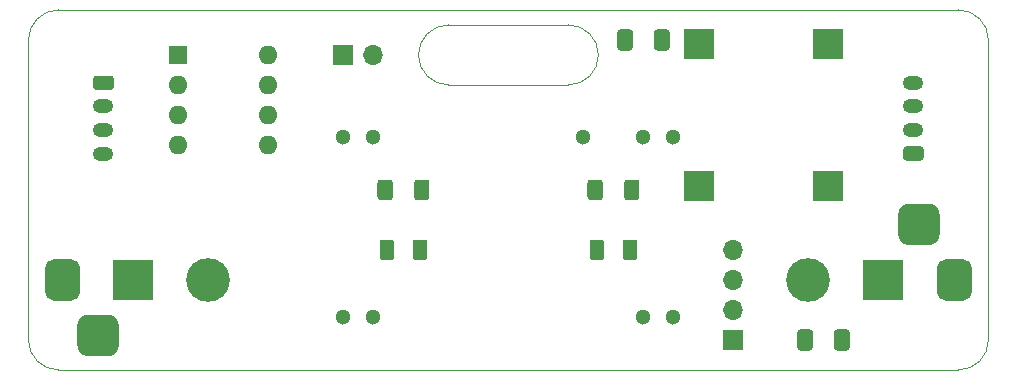
<source format=gbr>
%TF.GenerationSoftware,KiCad,Pcbnew,5.1.9+dfsg1-1*%
%TF.CreationDate,2021-01-24T22:19:11-06:00*%
%TF.ProjectId,driver,64726976-6572-42e6-9b69-6361645f7063,1.0.0*%
%TF.SameCoordinates,Original*%
%TF.FileFunction,Soldermask,Top*%
%TF.FilePolarity,Negative*%
%FSLAX46Y46*%
G04 Gerber Fmt 4.6, Leading zero omitted, Abs format (unit mm)*
G04 Created by KiCad (PCBNEW 5.1.9+dfsg1-1) date 2021-01-24 22:19:11*
%MOMM*%
%LPD*%
G01*
G04 APERTURE LIST*
%TA.AperFunction,Profile*%
%ADD10C,0.100000*%
%TD*%
%ADD11R,2.500000X2.500000*%
%ADD12O,1.750000X1.200000*%
%ADD13C,3.700000*%
%ADD14C,1.300000*%
%ADD15R,3.500000X3.500000*%
%ADD16O,1.600000X1.600000*%
%ADD17R,1.600000X1.600000*%
%ADD18O,1.700000X1.700000*%
%ADD19R,1.700000X1.700000*%
G04 APERTURE END LIST*
D10*
X121920000Y-85090000D02*
G75*
G02*
X119380000Y-82550000I0J2540000D01*
G01*
X165100000Y-78740000D02*
X88900000Y-78740000D01*
X119380000Y-82550000D02*
G75*
G02*
X121920000Y-80010000I2540000J0D01*
G01*
X132080000Y-80010000D02*
G75*
G02*
X134620000Y-82550000I0J-2540000D01*
G01*
X134620000Y-82550000D02*
G75*
G02*
X132080000Y-85090000I-2540000J0D01*
G01*
X132080000Y-80010000D02*
X121920000Y-80010000D01*
X132080000Y-85090000D02*
X121920000Y-85090000D01*
X165100000Y-109220000D02*
X88900000Y-109220000D01*
X86360000Y-81280000D02*
X86360000Y-106680000D01*
X167640000Y-106680000D02*
X167640000Y-81280000D01*
X86360000Y-81280000D02*
G75*
G02*
X88900000Y-78740000I2540000J0D01*
G01*
X88900000Y-109220000D02*
G75*
G02*
X86360000Y-106680000I0J2540000D01*
G01*
X167640000Y-106680000D02*
G75*
G02*
X165100000Y-109220000I-2540000J0D01*
G01*
X165100000Y-78740000D02*
G75*
G02*
X167640000Y-81280000I0J-2540000D01*
G01*
D11*
%TO.C,PS1*%
X154090000Y-81630000D03*
X143090000Y-81630000D03*
X143090000Y-93630000D03*
X154090000Y-93630000D03*
%TD*%
D12*
%TO.C,J1*%
X161290000Y-84900000D03*
X161290000Y-86900000D03*
X161290000Y-88900000D03*
G36*
G01*
X161915001Y-91500000D02*
X160664999Y-91500000D01*
G75*
G02*
X160415000Y-91250001I0J249999D01*
G01*
X160415000Y-90549999D01*
G75*
G02*
X160664999Y-90300000I249999J0D01*
G01*
X161915001Y-90300000D01*
G75*
G02*
X162165000Y-90549999I0J-249999D01*
G01*
X162165000Y-91250001D01*
G75*
G02*
X161915001Y-91500000I-249999J0D01*
G01*
G37*
%TD*%
%TO.C,R5*%
G36*
G01*
X136790000Y-94605000D02*
X136790000Y-93355000D01*
G75*
G02*
X137040000Y-93105000I250000J0D01*
G01*
X137840000Y-93105000D01*
G75*
G02*
X138090000Y-93355000I0J-250000D01*
G01*
X138090000Y-94605000D01*
G75*
G02*
X137840000Y-94855000I-250000J0D01*
G01*
X137040000Y-94855000D01*
G75*
G02*
X136790000Y-94605000I0J250000D01*
G01*
G37*
G36*
G01*
X133690000Y-94605000D02*
X133690000Y-93355000D01*
G75*
G02*
X133940000Y-93105000I250000J0D01*
G01*
X134740000Y-93105000D01*
G75*
G02*
X134990000Y-93355000I0J-250000D01*
G01*
X134990000Y-94605000D01*
G75*
G02*
X134740000Y-94855000I-250000J0D01*
G01*
X133940000Y-94855000D01*
G75*
G02*
X133690000Y-94605000I0J250000D01*
G01*
G37*
%TD*%
%TO.C,R2*%
G36*
G01*
X119010000Y-94605000D02*
X119010000Y-93355000D01*
G75*
G02*
X119260000Y-93105000I250000J0D01*
G01*
X120060000Y-93105000D01*
G75*
G02*
X120310000Y-93355000I0J-250000D01*
G01*
X120310000Y-94605000D01*
G75*
G02*
X120060000Y-94855000I-250000J0D01*
G01*
X119260000Y-94855000D01*
G75*
G02*
X119010000Y-94605000I0J250000D01*
G01*
G37*
G36*
G01*
X115910000Y-94605000D02*
X115910000Y-93355000D01*
G75*
G02*
X116160000Y-93105000I250000J0D01*
G01*
X116960000Y-93105000D01*
G75*
G02*
X117210000Y-93355000I0J-250000D01*
G01*
X117210000Y-94605000D01*
G75*
G02*
X116960000Y-94855000I-250000J0D01*
G01*
X116160000Y-94855000D01*
G75*
G02*
X115910000Y-94605000I0J250000D01*
G01*
G37*
%TD*%
%TO.C,C3*%
G36*
G01*
X137530000Y-80629999D02*
X137530000Y-81930001D01*
G75*
G02*
X137280001Y-82180000I-249999J0D01*
G01*
X136454999Y-82180000D01*
G75*
G02*
X136205000Y-81930001I0J249999D01*
G01*
X136205000Y-80629999D01*
G75*
G02*
X136454999Y-80380000I249999J0D01*
G01*
X137280001Y-80380000D01*
G75*
G02*
X137530000Y-80629999I0J-249999D01*
G01*
G37*
G36*
G01*
X140655000Y-80629999D02*
X140655000Y-81930001D01*
G75*
G02*
X140405001Y-82180000I-249999J0D01*
G01*
X139579999Y-82180000D01*
G75*
G02*
X139330000Y-81930001I0J249999D01*
G01*
X139330000Y-80629999D01*
G75*
G02*
X139579999Y-80380000I249999J0D01*
G01*
X140405001Y-80380000D01*
G75*
G02*
X140655000Y-80629999I0J-249999D01*
G01*
G37*
%TD*%
%TO.C,C2*%
G36*
G01*
X154570000Y-107330001D02*
X154570000Y-106029999D01*
G75*
G02*
X154819999Y-105780000I249999J0D01*
G01*
X155645001Y-105780000D01*
G75*
G02*
X155895000Y-106029999I0J-249999D01*
G01*
X155895000Y-107330001D01*
G75*
G02*
X155645001Y-107580000I-249999J0D01*
G01*
X154819999Y-107580000D01*
G75*
G02*
X154570000Y-107330001I0J249999D01*
G01*
G37*
G36*
G01*
X151445000Y-107330001D02*
X151445000Y-106029999D01*
G75*
G02*
X151694999Y-105780000I249999J0D01*
G01*
X152520001Y-105780000D01*
G75*
G02*
X152770000Y-106029999I0J-249999D01*
G01*
X152770000Y-107330001D01*
G75*
G02*
X152520001Y-107580000I-249999J0D01*
G01*
X151694999Y-107580000D01*
G75*
G02*
X151445000Y-107330001I0J249999D01*
G01*
G37*
%TD*%
%TO.C,D1*%
G36*
G01*
X136665000Y-99685000D02*
X136665000Y-98435000D01*
G75*
G02*
X136915000Y-98185000I250000J0D01*
G01*
X137665000Y-98185000D01*
G75*
G02*
X137915000Y-98435000I0J-250000D01*
G01*
X137915000Y-99685000D01*
G75*
G02*
X137665000Y-99935000I-250000J0D01*
G01*
X136915000Y-99935000D01*
G75*
G02*
X136665000Y-99685000I0J250000D01*
G01*
G37*
G36*
G01*
X133865000Y-99685000D02*
X133865000Y-98435000D01*
G75*
G02*
X134115000Y-98185000I250000J0D01*
G01*
X134865000Y-98185000D01*
G75*
G02*
X135115000Y-98435000I0J-250000D01*
G01*
X135115000Y-99685000D01*
G75*
G02*
X134865000Y-99935000I-250000J0D01*
G01*
X134115000Y-99935000D01*
G75*
G02*
X133865000Y-99685000I0J250000D01*
G01*
G37*
%TD*%
D13*
%TO.C,REF\u002A\u002A*%
X152400000Y-101600000D03*
%TD*%
%TO.C,REF\u002A\u002A*%
X101600000Y-101600000D03*
%TD*%
D14*
%TO.C,J6*%
X140970000Y-89535000D03*
X138430000Y-89535000D03*
X133350000Y-89535000D03*
X115570000Y-89535000D03*
X113030000Y-89535000D03*
X113030000Y-104775000D03*
X115570000Y-104775000D03*
X138430000Y-104775000D03*
X140970000Y-104775000D03*
%TD*%
D15*
%TO.C,J4*%
X95250000Y-101600000D03*
G36*
G01*
X87750000Y-102600000D02*
X87750000Y-100600000D01*
G75*
G02*
X88500000Y-99850000I750000J0D01*
G01*
X90000000Y-99850000D01*
G75*
G02*
X90750000Y-100600000I0J-750000D01*
G01*
X90750000Y-102600000D01*
G75*
G02*
X90000000Y-103350000I-750000J0D01*
G01*
X88500000Y-103350000D01*
G75*
G02*
X87750000Y-102600000I0J750000D01*
G01*
G37*
G36*
G01*
X90500000Y-107175000D02*
X90500000Y-105425000D01*
G75*
G02*
X91375000Y-104550000I875000J0D01*
G01*
X93125000Y-104550000D01*
G75*
G02*
X94000000Y-105425000I0J-875000D01*
G01*
X94000000Y-107175000D01*
G75*
G02*
X93125000Y-108050000I-875000J0D01*
G01*
X91375000Y-108050000D01*
G75*
G02*
X90500000Y-107175000I0J875000D01*
G01*
G37*
%TD*%
%TO.C,J3*%
G36*
G01*
X163500000Y-96025000D02*
X163500000Y-97775000D01*
G75*
G02*
X162625000Y-98650000I-875000J0D01*
G01*
X160875000Y-98650000D01*
G75*
G02*
X160000000Y-97775000I0J875000D01*
G01*
X160000000Y-96025000D01*
G75*
G02*
X160875000Y-95150000I875000J0D01*
G01*
X162625000Y-95150000D01*
G75*
G02*
X163500000Y-96025000I0J-875000D01*
G01*
G37*
G36*
G01*
X166250000Y-100600000D02*
X166250000Y-102600000D01*
G75*
G02*
X165500000Y-103350000I-750000J0D01*
G01*
X164000000Y-103350000D01*
G75*
G02*
X163250000Y-102600000I0J750000D01*
G01*
X163250000Y-100600000D01*
G75*
G02*
X164000000Y-99850000I750000J0D01*
G01*
X165500000Y-99850000D01*
G75*
G02*
X166250000Y-100600000I0J-750000D01*
G01*
G37*
X158750000Y-101600000D03*
%TD*%
%TO.C,D2*%
G36*
G01*
X118885000Y-99685000D02*
X118885000Y-98435000D01*
G75*
G02*
X119135000Y-98185000I250000J0D01*
G01*
X119885000Y-98185000D01*
G75*
G02*
X120135000Y-98435000I0J-250000D01*
G01*
X120135000Y-99685000D01*
G75*
G02*
X119885000Y-99935000I-250000J0D01*
G01*
X119135000Y-99935000D01*
G75*
G02*
X118885000Y-99685000I0J250000D01*
G01*
G37*
G36*
G01*
X116085000Y-99685000D02*
X116085000Y-98435000D01*
G75*
G02*
X116335000Y-98185000I250000J0D01*
G01*
X117085000Y-98185000D01*
G75*
G02*
X117335000Y-98435000I0J-250000D01*
G01*
X117335000Y-99685000D01*
G75*
G02*
X117085000Y-99935000I-250000J0D01*
G01*
X116335000Y-99935000D01*
G75*
G02*
X116085000Y-99685000I0J250000D01*
G01*
G37*
%TD*%
D12*
%TO.C,J2*%
X92710000Y-90900000D03*
X92710000Y-88900000D03*
X92710000Y-86900000D03*
G36*
G01*
X92084999Y-84300000D02*
X93335001Y-84300000D01*
G75*
G02*
X93585000Y-84549999I0J-249999D01*
G01*
X93585000Y-85250001D01*
G75*
G02*
X93335001Y-85500000I-249999J0D01*
G01*
X92084999Y-85500000D01*
G75*
G02*
X91835000Y-85250001I0J249999D01*
G01*
X91835000Y-84549999D01*
G75*
G02*
X92084999Y-84300000I249999J0D01*
G01*
G37*
%TD*%
D16*
%TO.C,U1*%
X106680000Y-82550000D03*
X99060000Y-90170000D03*
X106680000Y-85090000D03*
X99060000Y-87630000D03*
X106680000Y-87630000D03*
X99060000Y-85090000D03*
X106680000Y-90170000D03*
D17*
X99060000Y-82550000D03*
%TD*%
D18*
%TO.C,J5*%
X146050000Y-99060000D03*
X146050000Y-101600000D03*
X146050000Y-104140000D03*
D19*
X146050000Y-106680000D03*
%TD*%
%TO.C,J7*%
X113030000Y-82550000D03*
D18*
X115570000Y-82550000D03*
%TD*%
M02*

</source>
